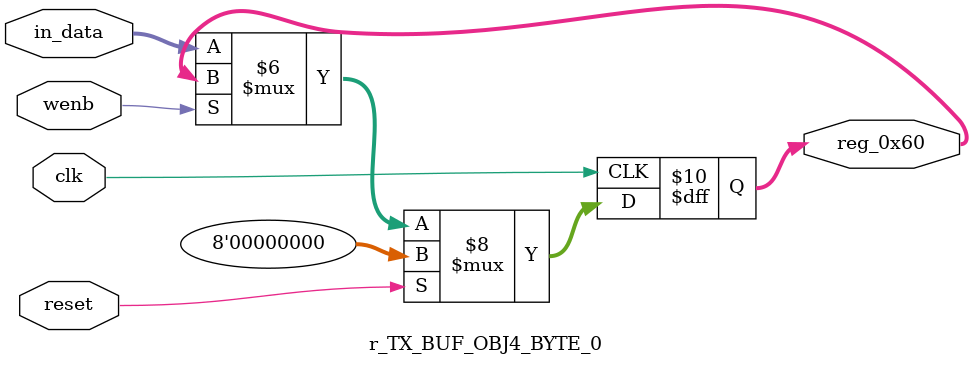
<source format=v>
module r_TX_BUF_OBJ4_BYTE_0(output reg [7:0] reg_0x60, input wire reset, input wire wenb, input wire [7:0] in_data, input wire clk);
	always@(posedge clk)
	begin
		if(reset==0) begin
			if(wenb==0)
				reg_0x60<=in_data;
			else
				reg_0x60<=reg_0x60;
		end
		else
			reg_0x60<=8'h00;
	end
endmodule
</source>
